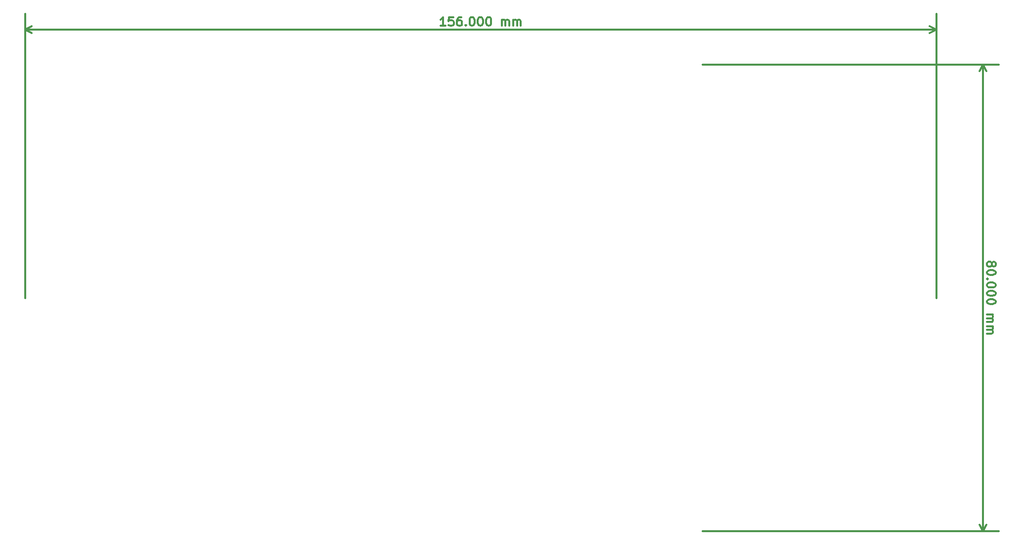
<source format=gbr>
G04 #@! TF.FileFunction,Drawing*
%FSLAX46Y46*%
G04 Gerber Fmt 4.6, Leading zero omitted, Abs format (unit mm)*
G04 Created by KiCad (PCBNEW 4.0.6) date 2017 August 07, Monday 18:16:46*
%MOMM*%
%LPD*%
G01*
G04 APERTURE LIST*
%ADD10C,0.100000*%
%ADD11C,0.300000*%
G04 APERTURE END LIST*
D10*
D11*
X168928573Y-53328571D02*
X168071430Y-53328571D01*
X168500002Y-53328571D02*
X168500002Y-51828571D01*
X168357145Y-52042857D01*
X168214287Y-52185714D01*
X168071430Y-52257143D01*
X170285716Y-51828571D02*
X169571430Y-51828571D01*
X169500001Y-52542857D01*
X169571430Y-52471429D01*
X169714287Y-52400000D01*
X170071430Y-52400000D01*
X170214287Y-52471429D01*
X170285716Y-52542857D01*
X170357144Y-52685714D01*
X170357144Y-53042857D01*
X170285716Y-53185714D01*
X170214287Y-53257143D01*
X170071430Y-53328571D01*
X169714287Y-53328571D01*
X169571430Y-53257143D01*
X169500001Y-53185714D01*
X171642858Y-51828571D02*
X171357144Y-51828571D01*
X171214287Y-51900000D01*
X171142858Y-51971429D01*
X171000001Y-52185714D01*
X170928572Y-52471429D01*
X170928572Y-53042857D01*
X171000001Y-53185714D01*
X171071429Y-53257143D01*
X171214287Y-53328571D01*
X171500001Y-53328571D01*
X171642858Y-53257143D01*
X171714287Y-53185714D01*
X171785715Y-53042857D01*
X171785715Y-52685714D01*
X171714287Y-52542857D01*
X171642858Y-52471429D01*
X171500001Y-52400000D01*
X171214287Y-52400000D01*
X171071429Y-52471429D01*
X171000001Y-52542857D01*
X170928572Y-52685714D01*
X172428572Y-53185714D02*
X172500000Y-53257143D01*
X172428572Y-53328571D01*
X172357143Y-53257143D01*
X172428572Y-53185714D01*
X172428572Y-53328571D01*
X173428572Y-51828571D02*
X173571429Y-51828571D01*
X173714286Y-51900000D01*
X173785715Y-51971429D01*
X173857144Y-52114286D01*
X173928572Y-52400000D01*
X173928572Y-52757143D01*
X173857144Y-53042857D01*
X173785715Y-53185714D01*
X173714286Y-53257143D01*
X173571429Y-53328571D01*
X173428572Y-53328571D01*
X173285715Y-53257143D01*
X173214286Y-53185714D01*
X173142858Y-53042857D01*
X173071429Y-52757143D01*
X173071429Y-52400000D01*
X173142858Y-52114286D01*
X173214286Y-51971429D01*
X173285715Y-51900000D01*
X173428572Y-51828571D01*
X174857143Y-51828571D02*
X175000000Y-51828571D01*
X175142857Y-51900000D01*
X175214286Y-51971429D01*
X175285715Y-52114286D01*
X175357143Y-52400000D01*
X175357143Y-52757143D01*
X175285715Y-53042857D01*
X175214286Y-53185714D01*
X175142857Y-53257143D01*
X175000000Y-53328571D01*
X174857143Y-53328571D01*
X174714286Y-53257143D01*
X174642857Y-53185714D01*
X174571429Y-53042857D01*
X174500000Y-52757143D01*
X174500000Y-52400000D01*
X174571429Y-52114286D01*
X174642857Y-51971429D01*
X174714286Y-51900000D01*
X174857143Y-51828571D01*
X176285714Y-51828571D02*
X176428571Y-51828571D01*
X176571428Y-51900000D01*
X176642857Y-51971429D01*
X176714286Y-52114286D01*
X176785714Y-52400000D01*
X176785714Y-52757143D01*
X176714286Y-53042857D01*
X176642857Y-53185714D01*
X176571428Y-53257143D01*
X176428571Y-53328571D01*
X176285714Y-53328571D01*
X176142857Y-53257143D01*
X176071428Y-53185714D01*
X176000000Y-53042857D01*
X175928571Y-52757143D01*
X175928571Y-52400000D01*
X176000000Y-52114286D01*
X176071428Y-51971429D01*
X176142857Y-51900000D01*
X176285714Y-51828571D01*
X178571428Y-53328571D02*
X178571428Y-52328571D01*
X178571428Y-52471429D02*
X178642856Y-52400000D01*
X178785714Y-52328571D01*
X178999999Y-52328571D01*
X179142856Y-52400000D01*
X179214285Y-52542857D01*
X179214285Y-53328571D01*
X179214285Y-52542857D02*
X179285714Y-52400000D01*
X179428571Y-52328571D01*
X179642856Y-52328571D01*
X179785714Y-52400000D01*
X179857142Y-52542857D01*
X179857142Y-53328571D01*
X180571428Y-53328571D02*
X180571428Y-52328571D01*
X180571428Y-52471429D02*
X180642856Y-52400000D01*
X180785714Y-52328571D01*
X180999999Y-52328571D01*
X181142856Y-52400000D01*
X181214285Y-52542857D01*
X181214285Y-53328571D01*
X181214285Y-52542857D02*
X181285714Y-52400000D01*
X181428571Y-52328571D01*
X181642856Y-52328571D01*
X181785714Y-52400000D01*
X181857142Y-52542857D01*
X181857142Y-53328571D01*
X253000000Y-54000000D02*
X97000000Y-54000000D01*
X253000000Y-100000000D02*
X253000000Y-51300000D01*
X97000000Y-100000000D02*
X97000000Y-51300000D01*
X97000000Y-54000000D02*
X98126504Y-53413579D01*
X97000000Y-54000000D02*
X98126504Y-54586421D01*
X253000000Y-54000000D02*
X251873496Y-53413579D01*
X253000000Y-54000000D02*
X251873496Y-54586421D01*
X262528571Y-94071430D02*
X262600000Y-93928572D01*
X262671429Y-93857144D01*
X262814286Y-93785715D01*
X262885714Y-93785715D01*
X263028571Y-93857144D01*
X263100000Y-93928572D01*
X263171429Y-94071430D01*
X263171429Y-94357144D01*
X263100000Y-94500001D01*
X263028571Y-94571430D01*
X262885714Y-94642858D01*
X262814286Y-94642858D01*
X262671429Y-94571430D01*
X262600000Y-94500001D01*
X262528571Y-94357144D01*
X262528571Y-94071430D01*
X262457143Y-93928572D01*
X262385714Y-93857144D01*
X262242857Y-93785715D01*
X261957143Y-93785715D01*
X261814286Y-93857144D01*
X261742857Y-93928572D01*
X261671429Y-94071430D01*
X261671429Y-94357144D01*
X261742857Y-94500001D01*
X261814286Y-94571430D01*
X261957143Y-94642858D01*
X262242857Y-94642858D01*
X262385714Y-94571430D01*
X262457143Y-94500001D01*
X262528571Y-94357144D01*
X263171429Y-95571429D02*
X263171429Y-95714286D01*
X263100000Y-95857143D01*
X263028571Y-95928572D01*
X262885714Y-96000001D01*
X262600000Y-96071429D01*
X262242857Y-96071429D01*
X261957143Y-96000001D01*
X261814286Y-95928572D01*
X261742857Y-95857143D01*
X261671429Y-95714286D01*
X261671429Y-95571429D01*
X261742857Y-95428572D01*
X261814286Y-95357143D01*
X261957143Y-95285715D01*
X262242857Y-95214286D01*
X262600000Y-95214286D01*
X262885714Y-95285715D01*
X263028571Y-95357143D01*
X263100000Y-95428572D01*
X263171429Y-95571429D01*
X261814286Y-96714286D02*
X261742857Y-96785714D01*
X261671429Y-96714286D01*
X261742857Y-96642857D01*
X261814286Y-96714286D01*
X261671429Y-96714286D01*
X263171429Y-97714286D02*
X263171429Y-97857143D01*
X263100000Y-98000000D01*
X263028571Y-98071429D01*
X262885714Y-98142858D01*
X262600000Y-98214286D01*
X262242857Y-98214286D01*
X261957143Y-98142858D01*
X261814286Y-98071429D01*
X261742857Y-98000000D01*
X261671429Y-97857143D01*
X261671429Y-97714286D01*
X261742857Y-97571429D01*
X261814286Y-97500000D01*
X261957143Y-97428572D01*
X262242857Y-97357143D01*
X262600000Y-97357143D01*
X262885714Y-97428572D01*
X263028571Y-97500000D01*
X263100000Y-97571429D01*
X263171429Y-97714286D01*
X263171429Y-99142857D02*
X263171429Y-99285714D01*
X263100000Y-99428571D01*
X263028571Y-99500000D01*
X262885714Y-99571429D01*
X262600000Y-99642857D01*
X262242857Y-99642857D01*
X261957143Y-99571429D01*
X261814286Y-99500000D01*
X261742857Y-99428571D01*
X261671429Y-99285714D01*
X261671429Y-99142857D01*
X261742857Y-99000000D01*
X261814286Y-98928571D01*
X261957143Y-98857143D01*
X262242857Y-98785714D01*
X262600000Y-98785714D01*
X262885714Y-98857143D01*
X263028571Y-98928571D01*
X263100000Y-99000000D01*
X263171429Y-99142857D01*
X263171429Y-100571428D02*
X263171429Y-100714285D01*
X263100000Y-100857142D01*
X263028571Y-100928571D01*
X262885714Y-101000000D01*
X262600000Y-101071428D01*
X262242857Y-101071428D01*
X261957143Y-101000000D01*
X261814286Y-100928571D01*
X261742857Y-100857142D01*
X261671429Y-100714285D01*
X261671429Y-100571428D01*
X261742857Y-100428571D01*
X261814286Y-100357142D01*
X261957143Y-100285714D01*
X262242857Y-100214285D01*
X262600000Y-100214285D01*
X262885714Y-100285714D01*
X263028571Y-100357142D01*
X263100000Y-100428571D01*
X263171429Y-100571428D01*
X261671429Y-102857142D02*
X262671429Y-102857142D01*
X262528571Y-102857142D02*
X262600000Y-102928570D01*
X262671429Y-103071428D01*
X262671429Y-103285713D01*
X262600000Y-103428570D01*
X262457143Y-103499999D01*
X261671429Y-103499999D01*
X262457143Y-103499999D02*
X262600000Y-103571428D01*
X262671429Y-103714285D01*
X262671429Y-103928570D01*
X262600000Y-104071428D01*
X262457143Y-104142856D01*
X261671429Y-104142856D01*
X261671429Y-104857142D02*
X262671429Y-104857142D01*
X262528571Y-104857142D02*
X262600000Y-104928570D01*
X262671429Y-105071428D01*
X262671429Y-105285713D01*
X262600000Y-105428570D01*
X262457143Y-105499999D01*
X261671429Y-105499999D01*
X262457143Y-105499999D02*
X262600000Y-105571428D01*
X262671429Y-105714285D01*
X262671429Y-105928570D01*
X262600000Y-106071428D01*
X262457143Y-106142856D01*
X261671429Y-106142856D01*
X261000000Y-60000000D02*
X261000000Y-140000000D01*
X213000000Y-60000000D02*
X263700000Y-60000000D01*
X213000000Y-140000000D02*
X263700000Y-140000000D01*
X261000000Y-140000000D02*
X260413579Y-138873496D01*
X261000000Y-140000000D02*
X261586421Y-138873496D01*
X261000000Y-60000000D02*
X260413579Y-61126504D01*
X261000000Y-60000000D02*
X261586421Y-61126504D01*
M02*

</source>
